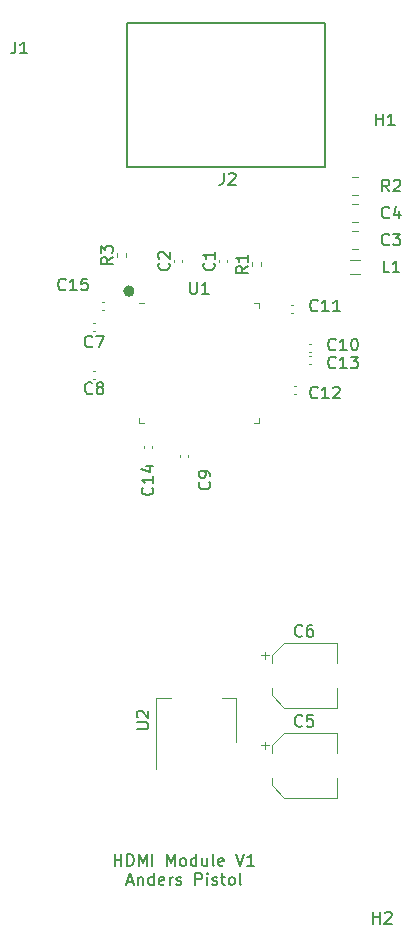
<source format=gbr>
%TF.GenerationSoftware,KiCad,Pcbnew,6.0.4*%
%TF.CreationDate,2022-05-03T23:03:23+02:00*%
%TF.ProjectId,hdmi brd,68646d69-2062-4726-942e-6b696361645f,rev?*%
%TF.SameCoordinates,Original*%
%TF.FileFunction,Legend,Top*%
%TF.FilePolarity,Positive*%
%FSLAX46Y46*%
G04 Gerber Fmt 4.6, Leading zero omitted, Abs format (unit mm)*
G04 Created by KiCad (PCBNEW 6.0.4) date 2022-05-03 23:03:23*
%MOMM*%
%LPD*%
G01*
G04 APERTURE LIST*
%ADD10C,0.475000*%
%ADD11C,0.150000*%
%ADD12C,0.127000*%
%ADD13C,0.120000*%
G04 APERTURE END LIST*
D10*
X90807500Y-68834000D02*
G75*
G03*
X90807500Y-68834000I-237500J0D01*
G01*
D11*
X89369047Y-117503380D02*
X89369047Y-116503380D01*
X89369047Y-116979571D02*
X89940476Y-116979571D01*
X89940476Y-117503380D02*
X89940476Y-116503380D01*
X90416666Y-117503380D02*
X90416666Y-116503380D01*
X90654761Y-116503380D01*
X90797619Y-116551000D01*
X90892857Y-116646238D01*
X90940476Y-116741476D01*
X90988095Y-116931952D01*
X90988095Y-117074809D01*
X90940476Y-117265285D01*
X90892857Y-117360523D01*
X90797619Y-117455761D01*
X90654761Y-117503380D01*
X90416666Y-117503380D01*
X91416666Y-117503380D02*
X91416666Y-116503380D01*
X91749999Y-117217666D01*
X92083333Y-116503380D01*
X92083333Y-117503380D01*
X92559523Y-117503380D02*
X92559523Y-116503380D01*
X93797619Y-117503380D02*
X93797619Y-116503380D01*
X94130952Y-117217666D01*
X94464285Y-116503380D01*
X94464285Y-117503380D01*
X95083333Y-117503380D02*
X94988095Y-117455761D01*
X94940476Y-117408142D01*
X94892857Y-117312904D01*
X94892857Y-117027190D01*
X94940476Y-116931952D01*
X94988095Y-116884333D01*
X95083333Y-116836714D01*
X95226190Y-116836714D01*
X95321428Y-116884333D01*
X95369047Y-116931952D01*
X95416666Y-117027190D01*
X95416666Y-117312904D01*
X95369047Y-117408142D01*
X95321428Y-117455761D01*
X95226190Y-117503380D01*
X95083333Y-117503380D01*
X96273809Y-117503380D02*
X96273809Y-116503380D01*
X96273809Y-117455761D02*
X96178571Y-117503380D01*
X95988095Y-117503380D01*
X95892857Y-117455761D01*
X95845238Y-117408142D01*
X95797619Y-117312904D01*
X95797619Y-117027190D01*
X95845238Y-116931952D01*
X95892857Y-116884333D01*
X95988095Y-116836714D01*
X96178571Y-116836714D01*
X96273809Y-116884333D01*
X97178571Y-116836714D02*
X97178571Y-117503380D01*
X96749999Y-116836714D02*
X96749999Y-117360523D01*
X96797619Y-117455761D01*
X96892857Y-117503380D01*
X97035714Y-117503380D01*
X97130952Y-117455761D01*
X97178571Y-117408142D01*
X97797619Y-117503380D02*
X97702380Y-117455761D01*
X97654761Y-117360523D01*
X97654761Y-116503380D01*
X98559523Y-117455761D02*
X98464285Y-117503380D01*
X98273809Y-117503380D01*
X98178571Y-117455761D01*
X98130952Y-117360523D01*
X98130952Y-116979571D01*
X98178571Y-116884333D01*
X98273809Y-116836714D01*
X98464285Y-116836714D01*
X98559523Y-116884333D01*
X98607142Y-116979571D01*
X98607142Y-117074809D01*
X98130952Y-117170047D01*
X99654761Y-116503380D02*
X99988095Y-117503380D01*
X100321428Y-116503380D01*
X101178571Y-117503380D02*
X100607142Y-117503380D01*
X100892857Y-117503380D02*
X100892857Y-116503380D01*
X100797619Y-116646238D01*
X100702380Y-116741476D01*
X100607142Y-116789095D01*
X90440476Y-118827666D02*
X90916666Y-118827666D01*
X90345238Y-119113380D02*
X90678571Y-118113380D01*
X91011904Y-119113380D01*
X91345238Y-118446714D02*
X91345238Y-119113380D01*
X91345238Y-118541952D02*
X91392857Y-118494333D01*
X91488095Y-118446714D01*
X91630952Y-118446714D01*
X91726190Y-118494333D01*
X91773809Y-118589571D01*
X91773809Y-119113380D01*
X92678571Y-119113380D02*
X92678571Y-118113380D01*
X92678571Y-119065761D02*
X92583333Y-119113380D01*
X92392857Y-119113380D01*
X92297619Y-119065761D01*
X92250000Y-119018142D01*
X92202380Y-118922904D01*
X92202380Y-118637190D01*
X92250000Y-118541952D01*
X92297619Y-118494333D01*
X92392857Y-118446714D01*
X92583333Y-118446714D01*
X92678571Y-118494333D01*
X93535714Y-119065761D02*
X93440476Y-119113380D01*
X93250000Y-119113380D01*
X93154761Y-119065761D01*
X93107142Y-118970523D01*
X93107142Y-118589571D01*
X93154761Y-118494333D01*
X93250000Y-118446714D01*
X93440476Y-118446714D01*
X93535714Y-118494333D01*
X93583333Y-118589571D01*
X93583333Y-118684809D01*
X93107142Y-118780047D01*
X94011904Y-119113380D02*
X94011904Y-118446714D01*
X94011904Y-118637190D02*
X94059523Y-118541952D01*
X94107142Y-118494333D01*
X94202380Y-118446714D01*
X94297619Y-118446714D01*
X94583333Y-119065761D02*
X94678571Y-119113380D01*
X94869047Y-119113380D01*
X94964285Y-119065761D01*
X95011904Y-118970523D01*
X95011904Y-118922904D01*
X94964285Y-118827666D01*
X94869047Y-118780047D01*
X94726190Y-118780047D01*
X94630952Y-118732428D01*
X94583333Y-118637190D01*
X94583333Y-118589571D01*
X94630952Y-118494333D01*
X94726190Y-118446714D01*
X94869047Y-118446714D01*
X94964285Y-118494333D01*
X96202380Y-119113380D02*
X96202380Y-118113380D01*
X96583333Y-118113380D01*
X96678571Y-118161000D01*
X96726190Y-118208619D01*
X96773809Y-118303857D01*
X96773809Y-118446714D01*
X96726190Y-118541952D01*
X96678571Y-118589571D01*
X96583333Y-118637190D01*
X96202380Y-118637190D01*
X97202380Y-119113380D02*
X97202380Y-118446714D01*
X97202380Y-118113380D02*
X97154761Y-118161000D01*
X97202380Y-118208619D01*
X97250000Y-118161000D01*
X97202380Y-118113380D01*
X97202380Y-118208619D01*
X97630952Y-119065761D02*
X97726190Y-119113380D01*
X97916666Y-119113380D01*
X98011904Y-119065761D01*
X98059523Y-118970523D01*
X98059523Y-118922904D01*
X98011904Y-118827666D01*
X97916666Y-118780047D01*
X97773809Y-118780047D01*
X97678571Y-118732428D01*
X97630952Y-118637190D01*
X97630952Y-118589571D01*
X97678571Y-118494333D01*
X97773809Y-118446714D01*
X97916666Y-118446714D01*
X98011904Y-118494333D01*
X98345238Y-118446714D02*
X98726190Y-118446714D01*
X98488095Y-118113380D02*
X98488095Y-118970523D01*
X98535714Y-119065761D01*
X98630952Y-119113380D01*
X98726190Y-119113380D01*
X99202380Y-119113380D02*
X99107142Y-119065761D01*
X99059523Y-119018142D01*
X99011904Y-118922904D01*
X99011904Y-118637190D01*
X99059523Y-118541952D01*
X99107142Y-118494333D01*
X99202380Y-118446714D01*
X99345238Y-118446714D01*
X99440476Y-118494333D01*
X99488095Y-118541952D01*
X99535714Y-118637190D01*
X99535714Y-118922904D01*
X99488095Y-119018142D01*
X99440476Y-119065761D01*
X99345238Y-119113380D01*
X99202380Y-119113380D01*
X100107142Y-119113380D02*
X100011904Y-119065761D01*
X99964285Y-118970523D01*
X99964285Y-118113380D01*
%TO.C,J2*%
X98599666Y-58833280D02*
X98599666Y-59547566D01*
X98552047Y-59690423D01*
X98456809Y-59785661D01*
X98313952Y-59833280D01*
X98218714Y-59833280D01*
X99028238Y-58928519D02*
X99075857Y-58880900D01*
X99171095Y-58833280D01*
X99409190Y-58833280D01*
X99504428Y-58880900D01*
X99552047Y-58928519D01*
X99599666Y-59023757D01*
X99599666Y-59118995D01*
X99552047Y-59261852D01*
X98980619Y-59833280D01*
X99599666Y-59833280D01*
%TO.C,C2*%
X93939142Y-66460666D02*
X93986761Y-66508285D01*
X94034380Y-66651142D01*
X94034380Y-66746380D01*
X93986761Y-66889238D01*
X93891523Y-66984476D01*
X93796285Y-67032095D01*
X93605809Y-67079714D01*
X93462952Y-67079714D01*
X93272476Y-67032095D01*
X93177238Y-66984476D01*
X93082000Y-66889238D01*
X93034380Y-66746380D01*
X93034380Y-66651142D01*
X93082000Y-66508285D01*
X93129619Y-66460666D01*
X93129619Y-66079714D02*
X93082000Y-66032095D01*
X93034380Y-65936857D01*
X93034380Y-65698761D01*
X93082000Y-65603523D01*
X93129619Y-65555904D01*
X93224857Y-65508285D01*
X93320095Y-65508285D01*
X93462952Y-65555904D01*
X94034380Y-66127333D01*
X94034380Y-65508285D01*
%TO.C,C11*%
X106545142Y-70461142D02*
X106497523Y-70508761D01*
X106354666Y-70556380D01*
X106259428Y-70556380D01*
X106116571Y-70508761D01*
X106021333Y-70413523D01*
X105973714Y-70318285D01*
X105926095Y-70127809D01*
X105926095Y-69984952D01*
X105973714Y-69794476D01*
X106021333Y-69699238D01*
X106116571Y-69604000D01*
X106259428Y-69556380D01*
X106354666Y-69556380D01*
X106497523Y-69604000D01*
X106545142Y-69651619D01*
X107497523Y-70556380D02*
X106926095Y-70556380D01*
X107211809Y-70556380D02*
X107211809Y-69556380D01*
X107116571Y-69699238D01*
X107021333Y-69794476D01*
X106926095Y-69842095D01*
X108449904Y-70556380D02*
X107878476Y-70556380D01*
X108164190Y-70556380D02*
X108164190Y-69556380D01*
X108068952Y-69699238D01*
X107973714Y-69794476D01*
X107878476Y-69842095D01*
%TO.C,C15*%
X85209142Y-68683142D02*
X85161523Y-68730761D01*
X85018666Y-68778380D01*
X84923428Y-68778380D01*
X84780571Y-68730761D01*
X84685333Y-68635523D01*
X84637714Y-68540285D01*
X84590095Y-68349809D01*
X84590095Y-68206952D01*
X84637714Y-68016476D01*
X84685333Y-67921238D01*
X84780571Y-67826000D01*
X84923428Y-67778380D01*
X85018666Y-67778380D01*
X85161523Y-67826000D01*
X85209142Y-67873619D01*
X86161523Y-68778380D02*
X85590095Y-68778380D01*
X85875809Y-68778380D02*
X85875809Y-67778380D01*
X85780571Y-67921238D01*
X85685333Y-68016476D01*
X85590095Y-68064095D01*
X87066285Y-67778380D02*
X86590095Y-67778380D01*
X86542476Y-68254571D01*
X86590095Y-68206952D01*
X86685333Y-68159333D01*
X86923428Y-68159333D01*
X87018666Y-68206952D01*
X87066285Y-68254571D01*
X87113904Y-68349809D01*
X87113904Y-68587904D01*
X87066285Y-68683142D01*
X87018666Y-68730761D01*
X86923428Y-68778380D01*
X86685333Y-68778380D01*
X86590095Y-68730761D01*
X86542476Y-68683142D01*
%TO.C,R3*%
X89198380Y-65952666D02*
X88722190Y-66286000D01*
X89198380Y-66524095D02*
X88198380Y-66524095D01*
X88198380Y-66143142D01*
X88246000Y-66047904D01*
X88293619Y-66000285D01*
X88388857Y-65952666D01*
X88531714Y-65952666D01*
X88626952Y-66000285D01*
X88674571Y-66047904D01*
X88722190Y-66143142D01*
X88722190Y-66524095D01*
X88198380Y-65619333D02*
X88198380Y-65000285D01*
X88579333Y-65333619D01*
X88579333Y-65190761D01*
X88626952Y-65095523D01*
X88674571Y-65047904D01*
X88769809Y-65000285D01*
X89007904Y-65000285D01*
X89103142Y-65047904D01*
X89150761Y-65095523D01*
X89198380Y-65190761D01*
X89198380Y-65476476D01*
X89150761Y-65571714D01*
X89103142Y-65619333D01*
%TO.C,C5*%
X105243333Y-105623142D02*
X105195714Y-105670761D01*
X105052857Y-105718380D01*
X104957619Y-105718380D01*
X104814761Y-105670761D01*
X104719523Y-105575523D01*
X104671904Y-105480285D01*
X104624285Y-105289809D01*
X104624285Y-105146952D01*
X104671904Y-104956476D01*
X104719523Y-104861238D01*
X104814761Y-104766000D01*
X104957619Y-104718380D01*
X105052857Y-104718380D01*
X105195714Y-104766000D01*
X105243333Y-104813619D01*
X106148095Y-104718380D02*
X105671904Y-104718380D01*
X105624285Y-105194571D01*
X105671904Y-105146952D01*
X105767142Y-105099333D01*
X106005238Y-105099333D01*
X106100476Y-105146952D01*
X106148095Y-105194571D01*
X106195714Y-105289809D01*
X106195714Y-105527904D01*
X106148095Y-105623142D01*
X106100476Y-105670761D01*
X106005238Y-105718380D01*
X105767142Y-105718380D01*
X105671904Y-105670761D01*
X105624285Y-105623142D01*
%TO.C,C9*%
X97385142Y-85002666D02*
X97432761Y-85050285D01*
X97480380Y-85193142D01*
X97480380Y-85288380D01*
X97432761Y-85431238D01*
X97337523Y-85526476D01*
X97242285Y-85574095D01*
X97051809Y-85621714D01*
X96908952Y-85621714D01*
X96718476Y-85574095D01*
X96623238Y-85526476D01*
X96528000Y-85431238D01*
X96480380Y-85288380D01*
X96480380Y-85193142D01*
X96528000Y-85050285D01*
X96575619Y-85002666D01*
X97480380Y-84526476D02*
X97480380Y-84336000D01*
X97432761Y-84240761D01*
X97385142Y-84193142D01*
X97242285Y-84097904D01*
X97051809Y-84050285D01*
X96670857Y-84050285D01*
X96575619Y-84097904D01*
X96528000Y-84145523D01*
X96480380Y-84240761D01*
X96480380Y-84431238D01*
X96528000Y-84526476D01*
X96575619Y-84574095D01*
X96670857Y-84621714D01*
X96908952Y-84621714D01*
X97004190Y-84574095D01*
X97051809Y-84526476D01*
X97099428Y-84431238D01*
X97099428Y-84240761D01*
X97051809Y-84145523D01*
X97004190Y-84097904D01*
X96908952Y-84050285D01*
%TO.C,C7*%
X87463333Y-73509142D02*
X87415714Y-73556761D01*
X87272857Y-73604380D01*
X87177619Y-73604380D01*
X87034761Y-73556761D01*
X86939523Y-73461523D01*
X86891904Y-73366285D01*
X86844285Y-73175809D01*
X86844285Y-73032952D01*
X86891904Y-72842476D01*
X86939523Y-72747238D01*
X87034761Y-72652000D01*
X87177619Y-72604380D01*
X87272857Y-72604380D01*
X87415714Y-72652000D01*
X87463333Y-72699619D01*
X87796666Y-72604380D02*
X88463333Y-72604380D01*
X88034761Y-73604380D01*
%TO.C,C14*%
X92559142Y-85478857D02*
X92606761Y-85526476D01*
X92654380Y-85669333D01*
X92654380Y-85764571D01*
X92606761Y-85907428D01*
X92511523Y-86002666D01*
X92416285Y-86050285D01*
X92225809Y-86097904D01*
X92082952Y-86097904D01*
X91892476Y-86050285D01*
X91797238Y-86002666D01*
X91702000Y-85907428D01*
X91654380Y-85764571D01*
X91654380Y-85669333D01*
X91702000Y-85526476D01*
X91749619Y-85478857D01*
X92654380Y-84526476D02*
X92654380Y-85097904D01*
X92654380Y-84812190D02*
X91654380Y-84812190D01*
X91797238Y-84907428D01*
X91892476Y-85002666D01*
X91940095Y-85097904D01*
X91987714Y-83669333D02*
X92654380Y-83669333D01*
X91606761Y-83907428D02*
X92321047Y-84145523D01*
X92321047Y-83526476D01*
%TO.C,C13*%
X108069142Y-75287142D02*
X108021523Y-75334761D01*
X107878666Y-75382380D01*
X107783428Y-75382380D01*
X107640571Y-75334761D01*
X107545333Y-75239523D01*
X107497714Y-75144285D01*
X107450095Y-74953809D01*
X107450095Y-74810952D01*
X107497714Y-74620476D01*
X107545333Y-74525238D01*
X107640571Y-74430000D01*
X107783428Y-74382380D01*
X107878666Y-74382380D01*
X108021523Y-74430000D01*
X108069142Y-74477619D01*
X109021523Y-75382380D02*
X108450095Y-75382380D01*
X108735809Y-75382380D02*
X108735809Y-74382380D01*
X108640571Y-74525238D01*
X108545333Y-74620476D01*
X108450095Y-74668095D01*
X109354857Y-74382380D02*
X109973904Y-74382380D01*
X109640571Y-74763333D01*
X109783428Y-74763333D01*
X109878666Y-74810952D01*
X109926285Y-74858571D01*
X109973904Y-74953809D01*
X109973904Y-75191904D01*
X109926285Y-75287142D01*
X109878666Y-75334761D01*
X109783428Y-75382380D01*
X109497714Y-75382380D01*
X109402476Y-75334761D01*
X109354857Y-75287142D01*
%TO.C,C3*%
X112609333Y-64873142D02*
X112561714Y-64920761D01*
X112418857Y-64968380D01*
X112323619Y-64968380D01*
X112180761Y-64920761D01*
X112085523Y-64825523D01*
X112037904Y-64730285D01*
X111990285Y-64539809D01*
X111990285Y-64396952D01*
X112037904Y-64206476D01*
X112085523Y-64111238D01*
X112180761Y-64016000D01*
X112323619Y-63968380D01*
X112418857Y-63968380D01*
X112561714Y-64016000D01*
X112609333Y-64063619D01*
X112942666Y-63968380D02*
X113561714Y-63968380D01*
X113228380Y-64349333D01*
X113371238Y-64349333D01*
X113466476Y-64396952D01*
X113514095Y-64444571D01*
X113561714Y-64539809D01*
X113561714Y-64777904D01*
X113514095Y-64873142D01*
X113466476Y-64920761D01*
X113371238Y-64968380D01*
X113085523Y-64968380D01*
X112990285Y-64920761D01*
X112942666Y-64873142D01*
%TO.C,R1*%
X100628380Y-66714666D02*
X100152190Y-67048000D01*
X100628380Y-67286095D02*
X99628380Y-67286095D01*
X99628380Y-66905142D01*
X99676000Y-66809904D01*
X99723619Y-66762285D01*
X99818857Y-66714666D01*
X99961714Y-66714666D01*
X100056952Y-66762285D01*
X100104571Y-66809904D01*
X100152190Y-66905142D01*
X100152190Y-67286095D01*
X100628380Y-65762285D02*
X100628380Y-66333714D01*
X100628380Y-66048000D02*
X99628380Y-66048000D01*
X99771238Y-66143238D01*
X99866476Y-66238476D01*
X99914095Y-66333714D01*
%TO.C,L1*%
X112609333Y-67254380D02*
X112133142Y-67254380D01*
X112133142Y-66254380D01*
X113466476Y-67254380D02*
X112895047Y-67254380D01*
X113180761Y-67254380D02*
X113180761Y-66254380D01*
X113085523Y-66397238D01*
X112990285Y-66492476D01*
X112895047Y-66540095D01*
%TO.C,C10*%
X108069142Y-73763142D02*
X108021523Y-73810761D01*
X107878666Y-73858380D01*
X107783428Y-73858380D01*
X107640571Y-73810761D01*
X107545333Y-73715523D01*
X107497714Y-73620285D01*
X107450095Y-73429809D01*
X107450095Y-73286952D01*
X107497714Y-73096476D01*
X107545333Y-73001238D01*
X107640571Y-72906000D01*
X107783428Y-72858380D01*
X107878666Y-72858380D01*
X108021523Y-72906000D01*
X108069142Y-72953619D01*
X109021523Y-73858380D02*
X108450095Y-73858380D01*
X108735809Y-73858380D02*
X108735809Y-72858380D01*
X108640571Y-73001238D01*
X108545333Y-73096476D01*
X108450095Y-73144095D01*
X109640571Y-72858380D02*
X109735809Y-72858380D01*
X109831047Y-72906000D01*
X109878666Y-72953619D01*
X109926285Y-73048857D01*
X109973904Y-73239333D01*
X109973904Y-73477428D01*
X109926285Y-73667904D01*
X109878666Y-73763142D01*
X109831047Y-73810761D01*
X109735809Y-73858380D01*
X109640571Y-73858380D01*
X109545333Y-73810761D01*
X109497714Y-73763142D01*
X109450095Y-73667904D01*
X109402476Y-73477428D01*
X109402476Y-73239333D01*
X109450095Y-73048857D01*
X109497714Y-72953619D01*
X109545333Y-72906000D01*
X109640571Y-72858380D01*
%TO.C,C6*%
X105243333Y-98003142D02*
X105195714Y-98050761D01*
X105052857Y-98098380D01*
X104957619Y-98098380D01*
X104814761Y-98050761D01*
X104719523Y-97955523D01*
X104671904Y-97860285D01*
X104624285Y-97669809D01*
X104624285Y-97526952D01*
X104671904Y-97336476D01*
X104719523Y-97241238D01*
X104814761Y-97146000D01*
X104957619Y-97098380D01*
X105052857Y-97098380D01*
X105195714Y-97146000D01*
X105243333Y-97193619D01*
X106100476Y-97098380D02*
X105910000Y-97098380D01*
X105814761Y-97146000D01*
X105767142Y-97193619D01*
X105671904Y-97336476D01*
X105624285Y-97526952D01*
X105624285Y-97907904D01*
X105671904Y-98003142D01*
X105719523Y-98050761D01*
X105814761Y-98098380D01*
X106005238Y-98098380D01*
X106100476Y-98050761D01*
X106148095Y-98003142D01*
X106195714Y-97907904D01*
X106195714Y-97669809D01*
X106148095Y-97574571D01*
X106100476Y-97526952D01*
X106005238Y-97479333D01*
X105814761Y-97479333D01*
X105719523Y-97526952D01*
X105671904Y-97574571D01*
X105624285Y-97669809D01*
%TO.C,U2*%
X91218380Y-105917904D02*
X92027904Y-105917904D01*
X92123142Y-105870285D01*
X92170761Y-105822666D01*
X92218380Y-105727428D01*
X92218380Y-105536952D01*
X92170761Y-105441714D01*
X92123142Y-105394095D01*
X92027904Y-105346476D01*
X91218380Y-105346476D01*
X91313619Y-104917904D02*
X91266000Y-104870285D01*
X91218380Y-104775047D01*
X91218380Y-104536952D01*
X91266000Y-104441714D01*
X91313619Y-104394095D01*
X91408857Y-104346476D01*
X91504095Y-104346476D01*
X91646952Y-104394095D01*
X92218380Y-104965523D01*
X92218380Y-104346476D01*
%TO.C,C8*%
X87463333Y-77463142D02*
X87415714Y-77510761D01*
X87272857Y-77558380D01*
X87177619Y-77558380D01*
X87034761Y-77510761D01*
X86939523Y-77415523D01*
X86891904Y-77320285D01*
X86844285Y-77129809D01*
X86844285Y-76986952D01*
X86891904Y-76796476D01*
X86939523Y-76701238D01*
X87034761Y-76606000D01*
X87177619Y-76558380D01*
X87272857Y-76558380D01*
X87415714Y-76606000D01*
X87463333Y-76653619D01*
X88034761Y-76986952D02*
X87939523Y-76939333D01*
X87891904Y-76891714D01*
X87844285Y-76796476D01*
X87844285Y-76748857D01*
X87891904Y-76653619D01*
X87939523Y-76606000D01*
X88034761Y-76558380D01*
X88225238Y-76558380D01*
X88320476Y-76606000D01*
X88368095Y-76653619D01*
X88415714Y-76748857D01*
X88415714Y-76796476D01*
X88368095Y-76891714D01*
X88320476Y-76939333D01*
X88225238Y-76986952D01*
X88034761Y-76986952D01*
X87939523Y-77034571D01*
X87891904Y-77082190D01*
X87844285Y-77177428D01*
X87844285Y-77367904D01*
X87891904Y-77463142D01*
X87939523Y-77510761D01*
X88034761Y-77558380D01*
X88225238Y-77558380D01*
X88320476Y-77510761D01*
X88368095Y-77463142D01*
X88415714Y-77367904D01*
X88415714Y-77177428D01*
X88368095Y-77082190D01*
X88320476Y-77034571D01*
X88225238Y-76986952D01*
%TO.C,U1*%
X95758095Y-68062380D02*
X95758095Y-68871904D01*
X95805714Y-68967142D01*
X95853333Y-69014761D01*
X95948571Y-69062380D01*
X96139047Y-69062380D01*
X96234285Y-69014761D01*
X96281904Y-68967142D01*
X96329523Y-68871904D01*
X96329523Y-68062380D01*
X97329523Y-69062380D02*
X96758095Y-69062380D01*
X97043809Y-69062380D02*
X97043809Y-68062380D01*
X96948571Y-68205238D01*
X96853333Y-68300476D01*
X96758095Y-68348095D01*
%TO.C,R2*%
X112609333Y-60396380D02*
X112276000Y-59920190D01*
X112037904Y-60396380D02*
X112037904Y-59396380D01*
X112418857Y-59396380D01*
X112514095Y-59444000D01*
X112561714Y-59491619D01*
X112609333Y-59586857D01*
X112609333Y-59729714D01*
X112561714Y-59824952D01*
X112514095Y-59872571D01*
X112418857Y-59920190D01*
X112037904Y-59920190D01*
X112990285Y-59491619D02*
X113037904Y-59444000D01*
X113133142Y-59396380D01*
X113371238Y-59396380D01*
X113466476Y-59444000D01*
X113514095Y-59491619D01*
X113561714Y-59586857D01*
X113561714Y-59682095D01*
X113514095Y-59824952D01*
X112942666Y-60396380D01*
X113561714Y-60396380D01*
%TO.C,C1*%
X97749142Y-66460666D02*
X97796761Y-66508285D01*
X97844380Y-66651142D01*
X97844380Y-66746380D01*
X97796761Y-66889238D01*
X97701523Y-66984476D01*
X97606285Y-67032095D01*
X97415809Y-67079714D01*
X97272952Y-67079714D01*
X97082476Y-67032095D01*
X96987238Y-66984476D01*
X96892000Y-66889238D01*
X96844380Y-66746380D01*
X96844380Y-66651142D01*
X96892000Y-66508285D01*
X96939619Y-66460666D01*
X97844380Y-65508285D02*
X97844380Y-66079714D01*
X97844380Y-65794000D02*
X96844380Y-65794000D01*
X96987238Y-65889238D01*
X97082476Y-65984476D01*
X97130095Y-66079714D01*
%TO.C,C4*%
X112609333Y-62587142D02*
X112561714Y-62634761D01*
X112418857Y-62682380D01*
X112323619Y-62682380D01*
X112180761Y-62634761D01*
X112085523Y-62539523D01*
X112037904Y-62444285D01*
X111990285Y-62253809D01*
X111990285Y-62110952D01*
X112037904Y-61920476D01*
X112085523Y-61825238D01*
X112180761Y-61730000D01*
X112323619Y-61682380D01*
X112418857Y-61682380D01*
X112561714Y-61730000D01*
X112609333Y-61777619D01*
X113466476Y-62015714D02*
X113466476Y-62682380D01*
X113228380Y-61634761D02*
X112990285Y-62349047D01*
X113609333Y-62349047D01*
%TO.C,H2*%
X111252095Y-122382380D02*
X111252095Y-121382380D01*
X111252095Y-121858571D02*
X111823523Y-121858571D01*
X111823523Y-122382380D02*
X111823523Y-121382380D01*
X112252095Y-121477619D02*
X112299714Y-121430000D01*
X112394952Y-121382380D01*
X112633047Y-121382380D01*
X112728285Y-121430000D01*
X112775904Y-121477619D01*
X112823523Y-121572857D01*
X112823523Y-121668095D01*
X112775904Y-121810952D01*
X112204476Y-122382380D01*
X112823523Y-122382380D01*
%TO.C,H1*%
X111506095Y-54808380D02*
X111506095Y-53808380D01*
X111506095Y-54284571D02*
X112077523Y-54284571D01*
X112077523Y-54808380D02*
X112077523Y-53808380D01*
X113077523Y-54808380D02*
X112506095Y-54808380D01*
X112791809Y-54808380D02*
X112791809Y-53808380D01*
X112696571Y-53951238D01*
X112601333Y-54046476D01*
X112506095Y-54094095D01*
%TO.C,C12*%
X106545142Y-77827142D02*
X106497523Y-77874761D01*
X106354666Y-77922380D01*
X106259428Y-77922380D01*
X106116571Y-77874761D01*
X106021333Y-77779523D01*
X105973714Y-77684285D01*
X105926095Y-77493809D01*
X105926095Y-77350952D01*
X105973714Y-77160476D01*
X106021333Y-77065238D01*
X106116571Y-76970000D01*
X106259428Y-76922380D01*
X106354666Y-76922380D01*
X106497523Y-76970000D01*
X106545142Y-77017619D01*
X107497523Y-77922380D02*
X106926095Y-77922380D01*
X107211809Y-77922380D02*
X107211809Y-76922380D01*
X107116571Y-77065238D01*
X107021333Y-77160476D01*
X106926095Y-77208095D01*
X107878476Y-77017619D02*
X107926095Y-76970000D01*
X108021333Y-76922380D01*
X108259428Y-76922380D01*
X108354666Y-76970000D01*
X108402285Y-77017619D01*
X108449904Y-77112857D01*
X108449904Y-77208095D01*
X108402285Y-77350952D01*
X107830857Y-77922380D01*
X108449904Y-77922380D01*
%TO.C,J1*%
X80946666Y-47712380D02*
X80946666Y-48426666D01*
X80899047Y-48569523D01*
X80803809Y-48664761D01*
X80660952Y-48712380D01*
X80565714Y-48712380D01*
X81946666Y-48712380D02*
X81375238Y-48712380D01*
X81660952Y-48712380D02*
X81660952Y-47712380D01*
X81565714Y-47855238D01*
X81470476Y-47950476D01*
X81375238Y-47998095D01*
D12*
%TO.C,J2*%
X107206000Y-58315000D02*
X90406000Y-58315000D01*
X90406000Y-58315000D02*
X90406000Y-46165000D01*
X90406000Y-46165000D02*
X107206000Y-46165000D01*
X107206000Y-46165000D02*
X107206000Y-58315000D01*
D13*
%TO.C,C2*%
X94382000Y-66401836D02*
X94382000Y-66186164D01*
X95102000Y-66401836D02*
X95102000Y-66186164D01*
%TO.C,C11*%
X104286164Y-69998000D02*
X104501836Y-69998000D01*
X104286164Y-70718000D02*
X104501836Y-70718000D01*
%TO.C,C15*%
X88499836Y-70464000D02*
X88284164Y-70464000D01*
X88499836Y-69744000D02*
X88284164Y-69744000D01*
%TO.C,R3*%
X89536000Y-65939641D02*
X89536000Y-65632359D01*
X90296000Y-65939641D02*
X90296000Y-65632359D01*
%TO.C,C5*%
X103714437Y-111726000D02*
X108170000Y-111726000D01*
X103714437Y-106206000D02*
X108170000Y-106206000D01*
X108170000Y-106206000D02*
X108170000Y-107906000D01*
X102650000Y-107270437D02*
X102650000Y-107906000D01*
X101785000Y-107281000D02*
X102410000Y-107281000D01*
X102650000Y-107270437D02*
X103714437Y-106206000D01*
X108170000Y-111726000D02*
X108170000Y-110026000D01*
X102650000Y-110661563D02*
X102650000Y-110026000D01*
X102650000Y-110661563D02*
X103714437Y-111726000D01*
X102097500Y-106968500D02*
X102097500Y-107593500D01*
%TO.C,C9*%
X95610000Y-82696164D02*
X95610000Y-82911836D01*
X94890000Y-82696164D02*
X94890000Y-82911836D01*
%TO.C,C7*%
X87737836Y-72242000D02*
X87522164Y-72242000D01*
X87737836Y-71522000D02*
X87522164Y-71522000D01*
%TO.C,C14*%
X91842000Y-81934164D02*
X91842000Y-82149836D01*
X92562000Y-81934164D02*
X92562000Y-82149836D01*
%TO.C,C13*%
X105810164Y-74316000D02*
X106025836Y-74316000D01*
X105810164Y-75036000D02*
X106025836Y-75036000D01*
%TO.C,C3*%
X109466748Y-65251000D02*
X109989252Y-65251000D01*
X109466748Y-63781000D02*
X109989252Y-63781000D01*
%TO.C,R1*%
X101726000Y-66701641D02*
X101726000Y-66394359D01*
X100966000Y-66701641D02*
X100966000Y-66394359D01*
%TO.C,L1*%
X110138242Y-67362000D02*
X109317758Y-67362000D01*
X110138242Y-66242000D02*
X109317758Y-66242000D01*
%TO.C,C10*%
X105810164Y-74020000D02*
X106025836Y-74020000D01*
X105810164Y-73300000D02*
X106025836Y-73300000D01*
%TO.C,C6*%
X101785000Y-99661000D02*
X102410000Y-99661000D01*
X103714437Y-104106000D02*
X108170000Y-104106000D01*
X108170000Y-98586000D02*
X108170000Y-100286000D01*
X103714437Y-98586000D02*
X108170000Y-98586000D01*
X102650000Y-103041563D02*
X102650000Y-102406000D01*
X108170000Y-104106000D02*
X108170000Y-102406000D01*
X102650000Y-103041563D02*
X103714437Y-104106000D01*
X102650000Y-99650437D02*
X103714437Y-98586000D01*
X102097500Y-99348500D02*
X102097500Y-99973500D01*
X102650000Y-99650437D02*
X102650000Y-100286000D01*
%TO.C,U2*%
X92856000Y-103246000D02*
X94116000Y-103246000D01*
X99676000Y-103246000D02*
X98416000Y-103246000D01*
X92856000Y-109256000D02*
X92856000Y-103246000D01*
X99676000Y-107006000D02*
X99676000Y-103246000D01*
%TO.C,C8*%
X87737836Y-76306000D02*
X87522164Y-76306000D01*
X87737836Y-75586000D02*
X87522164Y-75586000D01*
%TO.C,U1*%
X91885000Y-80040000D02*
X91410000Y-80040000D01*
X101630000Y-69820000D02*
X101630000Y-70295000D01*
X101155000Y-69820000D02*
X101630000Y-69820000D01*
X101630000Y-80040000D02*
X101630000Y-79565000D01*
X101155000Y-80040000D02*
X101630000Y-80040000D01*
X91410000Y-80040000D02*
X91410000Y-79565000D01*
X91885000Y-69820000D02*
X91410000Y-69820000D01*
%TO.C,R2*%
X109500936Y-60679000D02*
X109955064Y-60679000D01*
X109500936Y-59209000D02*
X109955064Y-59209000D01*
%TO.C,C1*%
X98912000Y-66401836D02*
X98912000Y-66186164D01*
X98192000Y-66401836D02*
X98192000Y-66186164D01*
%TO.C,C4*%
X109466748Y-62965000D02*
X109989252Y-62965000D01*
X109466748Y-61495000D02*
X109989252Y-61495000D01*
%TO.C,C12*%
X104540164Y-77576000D02*
X104755836Y-77576000D01*
X104540164Y-76856000D02*
X104755836Y-76856000D01*
%TD*%
M02*

</source>
